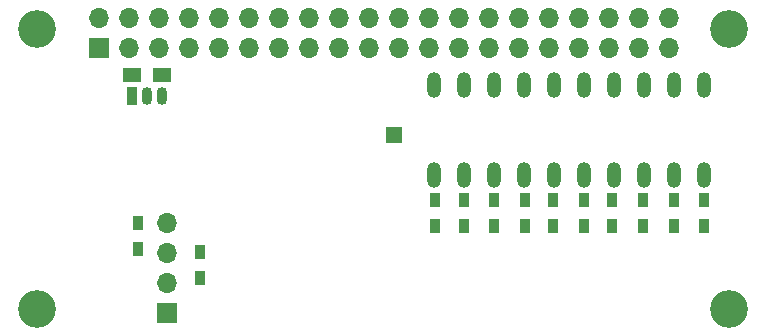
<source format=gbs>
%TF.GenerationSoftware,KiCad,Pcbnew,no-vcs-found-47f37ef~60~ubuntu16.04.1*%
%TF.CreationDate,2017-10-11T15:33:38+03:00*%
%TF.ProjectId,rpi_zero,7270695F7A65726F2E6B696361645F70,rev?*%
%TF.SameCoordinates,Original*%
%TF.FileFunction,Soldermask,Bot*%
%TF.FilePolarity,Negative*%
%FSLAX46Y46*%
G04 Gerber Fmt 4.6, Leading zero omitted, Abs format (unit mm)*
G04 Created by KiCad (PCBNEW no-vcs-found-47f37ef~60~ubuntu16.04.1) date Wed Oct 11 15:33:38 2017*
%MOMM*%
%LPD*%
G01*
G04 APERTURE LIST*
%ADD10O,1.200000X2.200000*%
%ADD11C,3.200000*%
%ADD12O,1.700000X1.700000*%
%ADD13R,1.700000X1.700000*%
%ADD14R,0.900000X1.200000*%
%ADD15R,1.500000X1.250000*%
%ADD16R,0.900000X1.500000*%
%ADD17O,0.900000X1.500000*%
%ADD18R,1.350000X1.350000*%
G04 APERTURE END LIST*
D10*
X169211880Y-94979420D03*
X166671880Y-94979420D03*
X164131880Y-94979420D03*
X161591880Y-94979420D03*
X148891880Y-87359420D03*
X146351880Y-87359420D03*
X146351880Y-94979420D03*
X148891880Y-94979420D03*
X151431880Y-87359420D03*
X153971880Y-87359420D03*
X156511880Y-87359420D03*
X159051880Y-87359420D03*
X159051880Y-94979420D03*
X156511880Y-94979420D03*
X153971880Y-94979420D03*
X151431880Y-94979420D03*
X161591880Y-87359420D03*
X164131880Y-87359420D03*
X166671880Y-87359420D03*
X169211880Y-87359420D03*
D11*
X112711880Y-82659420D03*
X112711880Y-106359420D03*
X171311880Y-106359420D03*
X171311880Y-82659420D03*
D12*
X166171880Y-81719420D03*
X166171880Y-84259420D03*
X163631880Y-81719420D03*
X163631880Y-84259420D03*
X161091880Y-81719420D03*
X161091880Y-84259420D03*
X158551880Y-81719420D03*
X158551880Y-84259420D03*
X156011880Y-81719420D03*
X156011880Y-84259420D03*
X153471880Y-81719420D03*
X153471880Y-84259420D03*
X150931880Y-81719420D03*
X150931880Y-84259420D03*
X148391880Y-81719420D03*
X148391880Y-84259420D03*
X145851880Y-81719420D03*
X145851880Y-84259420D03*
X143311880Y-81719420D03*
X143311880Y-84259420D03*
X140771880Y-81719420D03*
X140771880Y-84259420D03*
X138231880Y-81719420D03*
X138231880Y-84259420D03*
X135691880Y-81719420D03*
X135691880Y-84259420D03*
X133151880Y-81719420D03*
X133151880Y-84259420D03*
X130611880Y-81719420D03*
X130611880Y-84259420D03*
X128071880Y-81719420D03*
X128071880Y-84259420D03*
X125531880Y-81719420D03*
X125531880Y-84259420D03*
X122991880Y-81719420D03*
X122991880Y-84259420D03*
X120451880Y-81719420D03*
X120451880Y-84259420D03*
X117911880Y-81719420D03*
D13*
X117911880Y-84259420D03*
D14*
X146411880Y-99359420D03*
X146411880Y-97159420D03*
X148811880Y-97159420D03*
X148811880Y-99359420D03*
X151411880Y-99359420D03*
X151411880Y-97159420D03*
X154011880Y-97159420D03*
X154011880Y-99359420D03*
X156411880Y-99359420D03*
X156411880Y-97159420D03*
X159011880Y-97159420D03*
X159011880Y-99359420D03*
X161411880Y-99359420D03*
X161411880Y-97159420D03*
X164011880Y-97159420D03*
X164011880Y-99359420D03*
X166611880Y-99359420D03*
X166611880Y-97159420D03*
X169211880Y-97159420D03*
X169211880Y-99359420D03*
D15*
X120761880Y-86559420D03*
X123261880Y-86559420D03*
D16*
X120711880Y-88359420D03*
D17*
X123251880Y-88359420D03*
X121981880Y-88359420D03*
D18*
X142911880Y-91659420D03*
D12*
X123711880Y-99039420D03*
X123711880Y-101579420D03*
X123711880Y-104119420D03*
D13*
X123711880Y-106659420D03*
D14*
X121211880Y-101259420D03*
X121211880Y-99059420D03*
X126511880Y-101559420D03*
X126511880Y-103759420D03*
M02*

</source>
